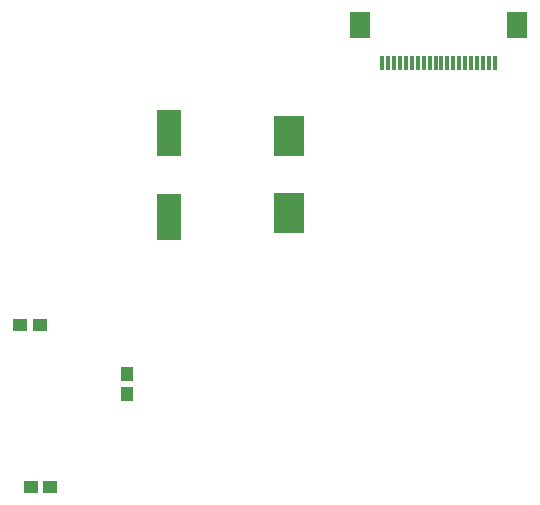
<source format=gbr>
%TF.GenerationSoftware,Altium Limited,Altium Designer,24.2.2 (26)*%
G04 Layer_Color=8421504*
%FSLAX45Y45*%
%MOMM*%
%TF.SameCoordinates,259198F7-C233-4D65-A8A2-2B75CB696E96*%
%TF.FilePolarity,Positive*%
%TF.FileFunction,Paste,Top*%
%TF.Part,Single*%
G01*
G75*
%TA.AperFunction,ConnectorPad*%
%ADD10R,0.30000X1.30000*%
%ADD11R,1.80000X2.20000*%
%TA.AperFunction,SMDPad,CuDef*%
%ADD12R,1.20606X1.05822*%
%ADD13R,2.50000X3.50000*%
%ADD14R,1.06822X1.20651*%
%ADD15R,2.00000X4.00000*%
%ADD16R,1.20651X1.06822*%
D10*
X10127000Y6787002D02*
D03*
X10076998D02*
D03*
X10027001D02*
D03*
X9976998D02*
D03*
X9927001D02*
D03*
X9876998D02*
D03*
X9827001D02*
D03*
X9776998D02*
D03*
X9727001D02*
D03*
X9676999D02*
D03*
X9627001D02*
D03*
X9576999D02*
D03*
X9527002D02*
D03*
X9476999D02*
D03*
X9427002D02*
D03*
X9376999D02*
D03*
X9327002D02*
D03*
X9276999D02*
D03*
X9227002D02*
D03*
X9177000D02*
D03*
D11*
X10317002Y7112000D02*
D03*
X8987003D02*
D03*
D12*
X6197600Y3200400D02*
D03*
X6362817D02*
D03*
D13*
X8382000Y6166998D02*
D03*
Y5517002D02*
D03*
D14*
X7010400Y4152971D02*
D03*
Y3987800D02*
D03*
D15*
X7366000Y6197001D02*
D03*
Y5486999D02*
D03*
D16*
X6108629Y4572000D02*
D03*
X6273800D02*
D03*
%TF.MD5,8f7e09d895729ea97f293889e403bed1*%
M02*

</source>
